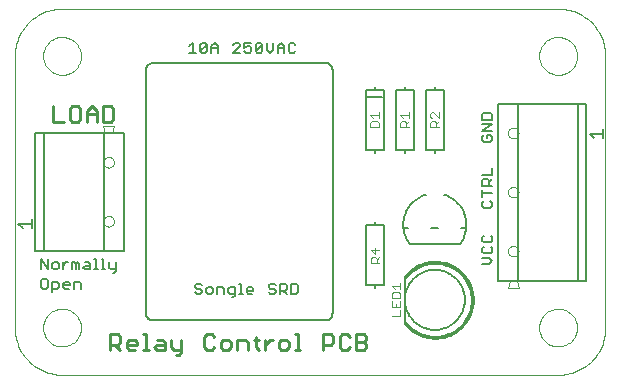
<source format=gto>
G75*
G70*
%OFA0B0*%
%FSLAX24Y24*%
%IPPOS*%
%LPD*%
%AMOC8*
5,1,8,0,0,1.08239X$1,22.5*
%
%ADD10C,0.0060*%
%ADD11C,0.0090*%
%ADD12C,0.0080*%
%ADD13C,0.0030*%
%ADD14C,0.0010*%
%ADD15C,0.0050*%
%ADD16C,0.0000*%
D10*
X009202Y006112D02*
X009146Y006168D01*
X009202Y006112D02*
X009316Y006112D01*
X009373Y006168D01*
X009373Y006225D01*
X009316Y006282D01*
X009202Y006282D01*
X009146Y006339D01*
X009146Y006395D01*
X009202Y006452D01*
X009316Y006452D01*
X009373Y006395D01*
X009514Y006282D02*
X009514Y006168D01*
X009571Y006112D01*
X009684Y006112D01*
X009741Y006168D01*
X009741Y006282D01*
X009684Y006339D01*
X009571Y006339D01*
X009514Y006282D01*
X009882Y006339D02*
X009882Y006112D01*
X010109Y006112D02*
X010109Y006282D01*
X010053Y006339D01*
X009882Y006339D01*
X010251Y006282D02*
X010251Y006168D01*
X010307Y006112D01*
X010478Y006112D01*
X010478Y006055D02*
X010478Y006339D01*
X010307Y006339D01*
X010251Y006282D01*
X010364Y005998D02*
X010421Y005998D01*
X010478Y006055D01*
X010619Y006112D02*
X010732Y006112D01*
X010676Y006112D02*
X010676Y006452D01*
X010619Y006452D01*
X010865Y006282D02*
X010921Y006339D01*
X011035Y006339D01*
X011091Y006282D01*
X011091Y006225D01*
X010865Y006225D01*
X010865Y006168D02*
X010865Y006282D01*
X010865Y006168D02*
X010921Y006112D01*
X011035Y006112D01*
X011601Y006168D02*
X011658Y006112D01*
X011771Y006112D01*
X011828Y006168D01*
X011828Y006225D01*
X011771Y006282D01*
X011658Y006282D01*
X011601Y006339D01*
X011601Y006395D01*
X011658Y006452D01*
X011771Y006452D01*
X011828Y006395D01*
X011969Y006452D02*
X012140Y006452D01*
X012196Y006395D01*
X012196Y006282D01*
X012140Y006225D01*
X011969Y006225D01*
X011969Y006112D02*
X011969Y006452D01*
X012083Y006225D02*
X012196Y006112D01*
X012338Y006112D02*
X012508Y006112D01*
X012565Y006168D01*
X012565Y006395D01*
X012508Y006452D01*
X012338Y006452D01*
X012338Y006112D01*
X016135Y005916D02*
X016137Y005979D01*
X016143Y006041D01*
X016153Y006103D01*
X016166Y006165D01*
X016184Y006225D01*
X016205Y006284D01*
X016230Y006342D01*
X016259Y006398D01*
X016291Y006452D01*
X016326Y006504D01*
X016364Y006553D01*
X016406Y006601D01*
X016450Y006645D01*
X016498Y006687D01*
X016547Y006725D01*
X016599Y006760D01*
X016653Y006792D01*
X016709Y006821D01*
X016767Y006846D01*
X016826Y006867D01*
X016886Y006885D01*
X016948Y006898D01*
X017010Y006908D01*
X017072Y006914D01*
X017135Y006916D01*
X017198Y006914D01*
X017260Y006908D01*
X017322Y006898D01*
X017384Y006885D01*
X017444Y006867D01*
X017503Y006846D01*
X017561Y006821D01*
X017617Y006792D01*
X017671Y006760D01*
X017723Y006725D01*
X017772Y006687D01*
X017820Y006645D01*
X017864Y006601D01*
X017906Y006553D01*
X017944Y006504D01*
X017979Y006452D01*
X018011Y006398D01*
X018040Y006342D01*
X018065Y006284D01*
X018086Y006225D01*
X018104Y006165D01*
X018117Y006103D01*
X018127Y006041D01*
X018133Y005979D01*
X018135Y005916D01*
X018133Y005853D01*
X018127Y005791D01*
X018117Y005729D01*
X018104Y005667D01*
X018086Y005607D01*
X018065Y005548D01*
X018040Y005490D01*
X018011Y005434D01*
X017979Y005380D01*
X017944Y005328D01*
X017906Y005279D01*
X017864Y005231D01*
X017820Y005187D01*
X017772Y005145D01*
X017723Y005107D01*
X017671Y005072D01*
X017617Y005040D01*
X017561Y005011D01*
X017503Y004986D01*
X017444Y004965D01*
X017384Y004947D01*
X017322Y004934D01*
X017260Y004924D01*
X017198Y004918D01*
X017135Y004916D01*
X017072Y004918D01*
X017010Y004924D01*
X016948Y004934D01*
X016886Y004947D01*
X016826Y004965D01*
X016767Y004986D01*
X016709Y005011D01*
X016653Y005040D01*
X016599Y005072D01*
X016547Y005107D01*
X016498Y005145D01*
X016450Y005187D01*
X016406Y005231D01*
X016364Y005279D01*
X016326Y005328D01*
X016291Y005380D01*
X016259Y005434D01*
X016230Y005490D01*
X016205Y005548D01*
X016184Y005607D01*
X016166Y005667D01*
X016153Y005729D01*
X016143Y005791D01*
X016137Y005853D01*
X016135Y005916D01*
X018714Y007096D02*
X018941Y007096D01*
X019055Y007209D01*
X018941Y007322D01*
X018714Y007322D01*
X018771Y007464D02*
X018998Y007464D01*
X019055Y007521D01*
X019055Y007634D01*
X018998Y007691D01*
X018998Y007832D02*
X018771Y007832D01*
X018714Y007889D01*
X018714Y008002D01*
X018771Y008059D01*
X018998Y008059D02*
X019055Y008002D01*
X019055Y007889D01*
X018998Y007832D01*
X018771Y007691D02*
X018714Y007634D01*
X018714Y007521D01*
X018771Y007464D01*
X019237Y006553D02*
X019633Y006553D01*
X019865Y006553D01*
X019918Y006553D01*
X019918Y012459D01*
X021898Y012459D01*
X021898Y006553D01*
X019918Y006553D01*
X019237Y006553D02*
X019237Y012459D01*
X019918Y012459D01*
X019043Y012093D02*
X019043Y011923D01*
X018703Y011923D01*
X018703Y012093D01*
X018759Y012150D01*
X018986Y012150D01*
X019043Y012093D01*
X019043Y011781D02*
X018703Y011781D01*
X018703Y011554D02*
X019043Y011781D01*
X019043Y011554D02*
X018703Y011554D01*
X018759Y011413D02*
X018703Y011356D01*
X018703Y011243D01*
X018759Y011186D01*
X018986Y011186D01*
X019043Y011243D01*
X019043Y011356D01*
X018986Y011413D01*
X018873Y011413D01*
X018873Y011300D01*
X019043Y010318D02*
X019043Y010091D01*
X018703Y010091D01*
X018759Y009950D02*
X018873Y009950D01*
X018929Y009893D01*
X018929Y009723D01*
X018929Y009836D02*
X019043Y009950D01*
X019043Y009723D02*
X018703Y009723D01*
X018703Y009893D01*
X018759Y009950D01*
X018703Y009581D02*
X018703Y009354D01*
X018703Y009468D02*
X019043Y009468D01*
X018986Y009213D02*
X019043Y009156D01*
X019043Y009043D01*
X018986Y008986D01*
X018759Y008986D01*
X018703Y009043D01*
X018703Y009156D01*
X018759Y009213D01*
X021898Y006553D02*
X022190Y006553D01*
X022190Y012459D01*
X021898Y012459D01*
X012491Y014196D02*
X012434Y014139D01*
X012320Y014139D01*
X012264Y014196D01*
X012264Y014423D01*
X012320Y014480D01*
X012434Y014480D01*
X012491Y014423D01*
X012122Y014366D02*
X012122Y014139D01*
X012122Y014309D02*
X011895Y014309D01*
X011895Y014366D02*
X012009Y014480D01*
X012122Y014366D01*
X011895Y014366D02*
X011895Y014139D01*
X011754Y014253D02*
X011754Y014480D01*
X011527Y014480D02*
X011527Y014253D01*
X011641Y014139D01*
X011754Y014253D01*
X011386Y014196D02*
X011329Y014139D01*
X011215Y014139D01*
X011159Y014196D01*
X011386Y014423D01*
X011386Y014196D01*
X011159Y014196D02*
X011159Y014423D01*
X011215Y014480D01*
X011329Y014480D01*
X011386Y014423D01*
X011017Y014480D02*
X010790Y014480D01*
X010790Y014309D01*
X010904Y014366D01*
X010961Y014366D01*
X011017Y014309D01*
X011017Y014196D01*
X010961Y014139D01*
X010847Y014139D01*
X010790Y014196D01*
X010649Y014139D02*
X010422Y014139D01*
X010649Y014366D01*
X010649Y014423D01*
X010592Y014480D01*
X010479Y014480D01*
X010422Y014423D01*
X009912Y014366D02*
X009912Y014139D01*
X009912Y014309D02*
X009686Y014309D01*
X009686Y014366D02*
X009799Y014480D01*
X009912Y014366D01*
X009686Y014366D02*
X009686Y014139D01*
X009544Y014196D02*
X009487Y014139D01*
X009374Y014139D01*
X009317Y014196D01*
X009544Y014423D01*
X009544Y014196D01*
X009317Y014196D02*
X009317Y014423D01*
X009374Y014480D01*
X009487Y014480D01*
X009544Y014423D01*
X009176Y014139D02*
X008949Y014139D01*
X009062Y014139D02*
X009062Y014480D01*
X008949Y014366D01*
X006776Y011486D02*
X006381Y011486D01*
X006148Y011486D01*
X006095Y011486D01*
X006095Y007549D01*
X004115Y007549D01*
X004115Y011486D01*
X006095Y011486D01*
X006776Y011486D02*
X006776Y007549D01*
X006095Y007549D01*
X006091Y007273D02*
X006034Y007273D01*
X006091Y007273D02*
X006091Y006933D01*
X006034Y006933D02*
X006148Y006933D01*
X006280Y006990D02*
X006336Y006933D01*
X006506Y006933D01*
X006506Y006876D02*
X006450Y006820D01*
X006393Y006820D01*
X006506Y006876D02*
X006506Y007160D01*
X006280Y007160D02*
X006280Y006990D01*
X005902Y006933D02*
X005789Y006933D01*
X005845Y006933D02*
X005845Y007273D01*
X005789Y007273D01*
X005647Y007103D02*
X005647Y006933D01*
X005477Y006933D01*
X005420Y006990D01*
X005477Y007046D01*
X005647Y007046D01*
X005647Y007103D02*
X005590Y007160D01*
X005477Y007160D01*
X005279Y007103D02*
X005279Y006933D01*
X005165Y006933D02*
X005165Y007103D01*
X005222Y007160D01*
X005279Y007103D01*
X005165Y007103D02*
X005109Y007160D01*
X005052Y007160D01*
X005052Y006933D01*
X004915Y007160D02*
X004858Y007160D01*
X004745Y007046D01*
X004745Y006933D02*
X004745Y007160D01*
X004604Y007103D02*
X004604Y006990D01*
X004547Y006933D01*
X004433Y006933D01*
X004377Y006990D01*
X004377Y007103D01*
X004433Y007160D01*
X004547Y007160D01*
X004604Y007103D01*
X004235Y006933D02*
X004235Y007273D01*
X004008Y007273D02*
X004235Y006933D01*
X004008Y006933D02*
X004008Y007273D01*
X004115Y007549D02*
X003824Y007549D01*
X003824Y011486D01*
X004115Y011486D01*
X004075Y006626D02*
X004018Y006570D01*
X004018Y006343D01*
X004075Y006286D01*
X004188Y006286D01*
X004245Y006343D01*
X004245Y006570D01*
X004188Y006626D01*
X004075Y006626D01*
X004386Y006513D02*
X004556Y006513D01*
X004613Y006456D01*
X004613Y006343D01*
X004556Y006286D01*
X004386Y006286D01*
X004386Y006173D02*
X004386Y006513D01*
X004754Y006456D02*
X004811Y006513D01*
X004925Y006513D01*
X004981Y006456D01*
X004981Y006400D01*
X004754Y006400D01*
X004754Y006456D02*
X004754Y006343D01*
X004811Y006286D01*
X004925Y006286D01*
X005123Y006286D02*
X005123Y006513D01*
X005293Y006513D01*
X005350Y006456D01*
X005350Y006286D01*
D11*
X006317Y004762D02*
X006572Y004762D01*
X006657Y004677D01*
X006657Y004506D01*
X006572Y004421D01*
X006317Y004421D01*
X006317Y004251D02*
X006317Y004762D01*
X006487Y004421D02*
X006657Y004251D01*
X006870Y004336D02*
X006870Y004506D01*
X006955Y004591D01*
X007125Y004591D01*
X007210Y004506D01*
X007210Y004421D01*
X006870Y004421D01*
X006870Y004336D02*
X006955Y004251D01*
X007125Y004251D01*
X007422Y004251D02*
X007592Y004251D01*
X007507Y004251D02*
X007507Y004762D01*
X007422Y004762D01*
X007875Y004591D02*
X008046Y004591D01*
X008131Y004506D01*
X008131Y004251D01*
X007875Y004251D01*
X007790Y004336D01*
X007875Y004421D01*
X008131Y004421D01*
X008343Y004336D02*
X008428Y004251D01*
X008683Y004251D01*
X008683Y004166D02*
X008598Y004081D01*
X008513Y004081D01*
X008683Y004166D02*
X008683Y004591D01*
X008343Y004591D02*
X008343Y004336D01*
X009448Y004336D02*
X009533Y004251D01*
X009703Y004251D01*
X009788Y004336D01*
X010000Y004336D02*
X010000Y004506D01*
X010085Y004591D01*
X010255Y004591D01*
X010340Y004506D01*
X010340Y004336D01*
X010255Y004251D01*
X010085Y004251D01*
X010000Y004336D01*
X009788Y004677D02*
X009703Y004762D01*
X009533Y004762D01*
X009448Y004677D01*
X009448Y004336D01*
X010553Y004251D02*
X010553Y004591D01*
X010808Y004591D01*
X010893Y004506D01*
X010893Y004251D01*
X011190Y004336D02*
X011275Y004251D01*
X011190Y004336D02*
X011190Y004677D01*
X011105Y004591D02*
X011275Y004591D01*
X011473Y004591D02*
X011473Y004251D01*
X011473Y004421D02*
X011644Y004591D01*
X011729Y004591D01*
X011934Y004506D02*
X011934Y004336D01*
X012019Y004251D01*
X012189Y004251D01*
X012274Y004336D01*
X012274Y004506D01*
X012189Y004591D01*
X012019Y004591D01*
X011934Y004506D01*
X012486Y004251D02*
X012656Y004251D01*
X012571Y004251D02*
X012571Y004762D01*
X012486Y004762D01*
X013407Y004762D02*
X013407Y004251D01*
X013407Y004421D02*
X013662Y004421D01*
X013747Y004506D01*
X013747Y004677D01*
X013662Y004762D01*
X013407Y004762D01*
X013960Y004677D02*
X013960Y004336D01*
X014045Y004251D01*
X014215Y004251D01*
X014300Y004336D01*
X014512Y004251D02*
X014767Y004251D01*
X014852Y004336D01*
X014852Y004421D01*
X014767Y004506D01*
X014512Y004506D01*
X014512Y004251D02*
X014512Y004762D01*
X014767Y004762D01*
X014852Y004677D01*
X014852Y004591D01*
X014767Y004506D01*
X014300Y004677D02*
X014215Y004762D01*
X014045Y004762D01*
X013960Y004677D01*
X006418Y011939D02*
X006418Y012280D01*
X006333Y012365D01*
X006078Y012365D01*
X006078Y011854D01*
X006333Y011854D01*
X006418Y011939D01*
X005865Y011854D02*
X005865Y012195D01*
X005695Y012365D01*
X005525Y012195D01*
X005525Y011854D01*
X005313Y011939D02*
X005313Y012280D01*
X005228Y012365D01*
X005058Y012365D01*
X004973Y012280D01*
X004973Y011939D01*
X005058Y011854D01*
X005228Y011854D01*
X005313Y011939D01*
X005525Y012110D02*
X005865Y012110D01*
X004760Y011854D02*
X004420Y011854D01*
X004420Y012365D01*
D12*
X007505Y013569D02*
X007505Y005467D01*
X007507Y005438D01*
X007512Y005410D01*
X007521Y005382D01*
X007532Y005355D01*
X007547Y005331D01*
X007565Y005308D01*
X007586Y005287D01*
X007609Y005269D01*
X007633Y005254D01*
X007660Y005243D01*
X007688Y005234D01*
X007716Y005229D01*
X007745Y005227D01*
X013485Y005227D01*
X013514Y005229D01*
X013542Y005234D01*
X013570Y005243D01*
X013597Y005254D01*
X013621Y005269D01*
X013644Y005287D01*
X013665Y005308D01*
X013683Y005331D01*
X013698Y005355D01*
X013709Y005382D01*
X013718Y005410D01*
X013723Y005438D01*
X013725Y005467D01*
X013725Y013569D01*
X013723Y013598D01*
X013718Y013626D01*
X013709Y013654D01*
X013698Y013681D01*
X013683Y013705D01*
X013665Y013728D01*
X013644Y013749D01*
X013621Y013767D01*
X013597Y013782D01*
X013570Y013793D01*
X013542Y013802D01*
X013514Y013807D01*
X013485Y013809D01*
X007745Y013809D01*
X007716Y013807D01*
X007688Y013802D01*
X007660Y013793D01*
X007633Y013782D01*
X007609Y013767D01*
X007586Y013749D01*
X007565Y013728D01*
X007547Y013705D01*
X007532Y013681D01*
X007521Y013654D01*
X007512Y013626D01*
X007507Y013598D01*
X007505Y013569D01*
X014835Y012916D02*
X014835Y010916D01*
X015135Y010916D01*
X015135Y010816D01*
X015135Y010916D02*
X015435Y010916D01*
X015435Y012916D01*
X015135Y012916D01*
X015135Y013016D01*
X015135Y012916D02*
X014835Y012916D01*
X014885Y012666D02*
X015385Y012666D01*
X015835Y012916D02*
X016135Y012916D01*
X016135Y013016D01*
X016135Y012916D02*
X016435Y012916D01*
X016435Y010916D01*
X016135Y010916D01*
X016135Y010816D01*
X016135Y010916D02*
X015835Y010916D01*
X015835Y012916D01*
X016835Y012916D02*
X017135Y012916D01*
X017135Y013016D01*
X017135Y012916D02*
X017435Y012916D01*
X017435Y010916D01*
X017135Y010916D01*
X017135Y010816D01*
X017135Y010916D02*
X016835Y010916D01*
X016835Y012916D01*
X015135Y008516D02*
X015135Y008416D01*
X015435Y008416D01*
X015435Y006416D01*
X015135Y006416D01*
X015135Y006316D01*
X015135Y006416D02*
X014835Y006416D01*
X014835Y008416D01*
X015135Y008416D01*
X016135Y006666D02*
X016135Y005166D01*
D13*
X015990Y005392D02*
X015990Y005586D01*
X015990Y005687D02*
X015699Y005687D01*
X015699Y005880D01*
X015699Y005981D02*
X015699Y006126D01*
X015748Y006175D01*
X015941Y006175D01*
X015990Y006126D01*
X015990Y005981D01*
X015699Y005981D01*
X015990Y005880D02*
X015990Y005687D01*
X015845Y005687D02*
X015845Y005783D01*
X015699Y005392D02*
X015990Y005392D01*
X015990Y006276D02*
X015990Y006469D01*
X015990Y006373D02*
X015699Y006373D01*
X015796Y006276D01*
X015290Y007141D02*
X014999Y007141D01*
X014999Y007286D01*
X015048Y007335D01*
X015145Y007335D01*
X015193Y007286D01*
X015193Y007141D01*
X015193Y007238D02*
X015290Y007335D01*
X015145Y007436D02*
X015145Y007629D01*
X015290Y007581D02*
X014999Y007581D01*
X015145Y007436D01*
X019572Y006325D02*
X019926Y006325D01*
X019865Y006553D01*
X019633Y006553D02*
X019572Y006325D01*
X019572Y007538D02*
X019574Y007564D01*
X019580Y007590D01*
X019590Y007615D01*
X019603Y007638D01*
X019619Y007658D01*
X019639Y007676D01*
X019661Y007691D01*
X019684Y007703D01*
X019710Y007711D01*
X019736Y007715D01*
X019762Y007715D01*
X019788Y007711D01*
X019814Y007703D01*
X019838Y007691D01*
X019859Y007676D01*
X019879Y007658D01*
X019895Y007638D01*
X019908Y007615D01*
X019918Y007590D01*
X019924Y007564D01*
X019926Y007538D01*
X019924Y007512D01*
X019918Y007486D01*
X019908Y007461D01*
X019895Y007438D01*
X019879Y007418D01*
X019859Y007400D01*
X019837Y007385D01*
X019814Y007373D01*
X019788Y007365D01*
X019762Y007361D01*
X019736Y007361D01*
X019710Y007365D01*
X019684Y007373D01*
X019660Y007385D01*
X019639Y007400D01*
X019619Y007418D01*
X019603Y007438D01*
X019590Y007461D01*
X019580Y007486D01*
X019574Y007512D01*
X019572Y007538D01*
X019572Y009506D02*
X019574Y009532D01*
X019580Y009558D01*
X019590Y009583D01*
X019603Y009606D01*
X019619Y009626D01*
X019639Y009644D01*
X019661Y009659D01*
X019684Y009671D01*
X019710Y009679D01*
X019736Y009683D01*
X019762Y009683D01*
X019788Y009679D01*
X019814Y009671D01*
X019838Y009659D01*
X019859Y009644D01*
X019879Y009626D01*
X019895Y009606D01*
X019908Y009583D01*
X019918Y009558D01*
X019924Y009532D01*
X019926Y009506D01*
X019924Y009480D01*
X019918Y009454D01*
X019908Y009429D01*
X019895Y009406D01*
X019879Y009386D01*
X019859Y009368D01*
X019837Y009353D01*
X019814Y009341D01*
X019788Y009333D01*
X019762Y009329D01*
X019736Y009329D01*
X019710Y009333D01*
X019684Y009341D01*
X019660Y009353D01*
X019639Y009368D01*
X019619Y009386D01*
X019603Y009406D01*
X019590Y009429D01*
X019580Y009454D01*
X019574Y009480D01*
X019572Y009506D01*
X019572Y011475D02*
X019574Y011501D01*
X019580Y011527D01*
X019590Y011552D01*
X019603Y011575D01*
X019619Y011595D01*
X019639Y011613D01*
X019661Y011628D01*
X019684Y011640D01*
X019710Y011648D01*
X019736Y011652D01*
X019762Y011652D01*
X019788Y011648D01*
X019814Y011640D01*
X019838Y011628D01*
X019859Y011613D01*
X019879Y011595D01*
X019895Y011575D01*
X019908Y011552D01*
X019918Y011527D01*
X019924Y011501D01*
X019926Y011475D01*
X019924Y011449D01*
X019918Y011423D01*
X019908Y011398D01*
X019895Y011375D01*
X019879Y011355D01*
X019859Y011337D01*
X019837Y011322D01*
X019814Y011310D01*
X019788Y011302D01*
X019762Y011298D01*
X019736Y011298D01*
X019710Y011302D01*
X019684Y011310D01*
X019660Y011322D01*
X019639Y011337D01*
X019619Y011355D01*
X019603Y011375D01*
X019590Y011398D01*
X019580Y011423D01*
X019574Y011449D01*
X019572Y011475D01*
X017270Y011681D02*
X016979Y011681D01*
X016979Y011826D01*
X017028Y011874D01*
X017125Y011874D01*
X017173Y011826D01*
X017173Y011681D01*
X017173Y011777D02*
X017270Y011874D01*
X017270Y011975D02*
X017076Y012169D01*
X017028Y012169D01*
X016979Y012120D01*
X016979Y012024D01*
X017028Y011975D01*
X017270Y011975D02*
X017270Y012169D01*
X016270Y012169D02*
X016270Y011975D01*
X016270Y012072D02*
X015979Y012072D01*
X016076Y011975D01*
X016028Y011874D02*
X016125Y011874D01*
X016173Y011826D01*
X016173Y011681D01*
X016173Y011777D02*
X016270Y011874D01*
X016270Y011681D02*
X015979Y011681D01*
X015979Y011826D01*
X016028Y011874D01*
X015270Y011826D02*
X015270Y011681D01*
X014979Y011681D01*
X014979Y011826D01*
X015028Y011874D01*
X015221Y011874D01*
X015270Y011826D01*
X015270Y011975D02*
X015270Y012169D01*
X015270Y012072D02*
X014979Y012072D01*
X015076Y011975D01*
X006442Y011715D02*
X006381Y011486D01*
X006148Y011486D02*
X006087Y011715D01*
X006442Y011715D01*
X006088Y010502D02*
X006090Y010528D01*
X006096Y010554D01*
X006106Y010579D01*
X006119Y010602D01*
X006135Y010622D01*
X006155Y010640D01*
X006177Y010655D01*
X006200Y010667D01*
X006226Y010675D01*
X006252Y010679D01*
X006278Y010679D01*
X006304Y010675D01*
X006330Y010667D01*
X006354Y010655D01*
X006375Y010640D01*
X006395Y010622D01*
X006411Y010602D01*
X006424Y010579D01*
X006434Y010554D01*
X006440Y010528D01*
X006442Y010502D01*
X006440Y010476D01*
X006434Y010450D01*
X006424Y010425D01*
X006411Y010402D01*
X006395Y010382D01*
X006375Y010364D01*
X006353Y010349D01*
X006330Y010337D01*
X006304Y010329D01*
X006278Y010325D01*
X006252Y010325D01*
X006226Y010329D01*
X006200Y010337D01*
X006176Y010349D01*
X006155Y010364D01*
X006135Y010382D01*
X006119Y010402D01*
X006106Y010425D01*
X006096Y010450D01*
X006090Y010476D01*
X006088Y010502D01*
X006088Y008534D02*
X006090Y008560D01*
X006096Y008586D01*
X006106Y008611D01*
X006119Y008634D01*
X006135Y008654D01*
X006155Y008672D01*
X006177Y008687D01*
X006200Y008699D01*
X006226Y008707D01*
X006252Y008711D01*
X006278Y008711D01*
X006304Y008707D01*
X006330Y008699D01*
X006354Y008687D01*
X006375Y008672D01*
X006395Y008654D01*
X006411Y008634D01*
X006424Y008611D01*
X006434Y008586D01*
X006440Y008560D01*
X006442Y008534D01*
X006440Y008508D01*
X006434Y008482D01*
X006424Y008457D01*
X006411Y008434D01*
X006395Y008414D01*
X006375Y008396D01*
X006353Y008381D01*
X006330Y008369D01*
X006304Y008361D01*
X006278Y008357D01*
X006252Y008357D01*
X006226Y008361D01*
X006200Y008369D01*
X006176Y008381D01*
X006155Y008396D01*
X006135Y008414D01*
X006119Y008434D01*
X006106Y008457D01*
X006096Y008482D01*
X006090Y008508D01*
X006088Y008534D01*
D14*
X016103Y005136D02*
X016175Y005190D01*
X016174Y005189D02*
X016217Y005136D01*
X016262Y005085D01*
X016311Y005037D01*
X016362Y004992D01*
X016416Y004949D01*
X016472Y004910D01*
X016530Y004874D01*
X016590Y004841D01*
X016651Y004812D01*
X016715Y004787D01*
X016779Y004765D01*
X016845Y004746D01*
X016912Y004732D01*
X016979Y004721D01*
X017047Y004714D01*
X017115Y004711D01*
X017184Y004712D01*
X017252Y004717D01*
X017320Y004725D01*
X017387Y004738D01*
X017453Y004754D01*
X017518Y004774D01*
X017583Y004797D01*
X017645Y004824D01*
X017706Y004855D01*
X017765Y004889D01*
X017823Y004926D01*
X017878Y004967D01*
X017930Y005011D01*
X017980Y005057D01*
X018027Y005106D01*
X018072Y005158D01*
X018113Y005212D01*
X018152Y005269D01*
X018187Y005328D01*
X018218Y005388D01*
X018246Y005450D01*
X018271Y005514D01*
X018292Y005579D01*
X018309Y005645D01*
X018323Y005712D01*
X018332Y005780D01*
X018338Y005848D01*
X018340Y005916D01*
X018338Y005984D01*
X018332Y006052D01*
X018323Y006120D01*
X018309Y006187D01*
X018292Y006253D01*
X018271Y006318D01*
X018246Y006382D01*
X018218Y006444D01*
X018187Y006504D01*
X018152Y006563D01*
X018113Y006620D01*
X018072Y006674D01*
X018027Y006726D01*
X017980Y006775D01*
X017930Y006821D01*
X017878Y006865D01*
X017823Y006906D01*
X017765Y006943D01*
X017706Y006977D01*
X017645Y007008D01*
X017583Y007035D01*
X017518Y007058D01*
X017453Y007078D01*
X017387Y007094D01*
X017320Y007107D01*
X017252Y007115D01*
X017184Y007120D01*
X017115Y007121D01*
X017047Y007118D01*
X016979Y007111D01*
X016912Y007100D01*
X016845Y007086D01*
X016779Y007067D01*
X016715Y007045D01*
X016651Y007020D01*
X016590Y006991D01*
X016530Y006958D01*
X016472Y006922D01*
X016416Y006883D01*
X016362Y006840D01*
X016311Y006795D01*
X016262Y006747D01*
X016217Y006696D01*
X016174Y006643D01*
X016103Y006696D01*
X016102Y006697D01*
X016146Y006752D01*
X016194Y006805D01*
X016244Y006856D01*
X016297Y006903D01*
X016352Y006947D01*
X016410Y006989D01*
X016470Y007027D01*
X016531Y007062D01*
X016595Y007093D01*
X016660Y007121D01*
X016727Y007145D01*
X016795Y007166D01*
X016864Y007182D01*
X016934Y007195D01*
X017004Y007204D01*
X017075Y007210D01*
X017146Y007211D01*
X017217Y007208D01*
X017288Y007202D01*
X017358Y007192D01*
X017427Y007178D01*
X017496Y007160D01*
X017564Y007138D01*
X017630Y007113D01*
X017695Y007084D01*
X017758Y007051D01*
X017819Y007015D01*
X017878Y006976D01*
X017935Y006934D01*
X017990Y006889D01*
X018042Y006840D01*
X018091Y006789D01*
X018138Y006736D01*
X018181Y006679D01*
X018221Y006621D01*
X018258Y006560D01*
X018292Y006498D01*
X018322Y006434D01*
X018349Y006368D01*
X018372Y006301D01*
X018391Y006232D01*
X018406Y006163D01*
X018418Y006093D01*
X018426Y006022D01*
X018430Y005951D01*
X018430Y005881D01*
X018426Y005810D01*
X018418Y005739D01*
X018406Y005669D01*
X018391Y005600D01*
X018372Y005531D01*
X018349Y005464D01*
X018322Y005398D01*
X018292Y005334D01*
X018258Y005272D01*
X018221Y005211D01*
X018181Y005153D01*
X018138Y005096D01*
X018091Y005043D01*
X018042Y004992D01*
X017990Y004943D01*
X017935Y004898D01*
X017878Y004856D01*
X017819Y004817D01*
X017758Y004781D01*
X017695Y004748D01*
X017630Y004719D01*
X017564Y004694D01*
X017496Y004672D01*
X017427Y004654D01*
X017358Y004640D01*
X017288Y004630D01*
X017217Y004624D01*
X017146Y004621D01*
X017075Y004622D01*
X017004Y004628D01*
X016934Y004637D01*
X016864Y004650D01*
X016795Y004666D01*
X016727Y004687D01*
X016660Y004711D01*
X016595Y004739D01*
X016531Y004770D01*
X016470Y004805D01*
X016410Y004843D01*
X016352Y004885D01*
X016297Y004929D01*
X016244Y004976D01*
X016194Y005027D01*
X016146Y005080D01*
X016102Y005135D01*
X016109Y005140D01*
X016154Y005085D01*
X016201Y005032D01*
X016252Y004981D01*
X016305Y004934D01*
X016361Y004889D01*
X016419Y004848D01*
X016479Y004810D01*
X016541Y004775D01*
X016605Y004744D01*
X016671Y004717D01*
X016738Y004693D01*
X016807Y004673D01*
X016876Y004656D01*
X016946Y004644D01*
X017017Y004635D01*
X017088Y004631D01*
X017159Y004630D01*
X017230Y004634D01*
X017301Y004641D01*
X017372Y004652D01*
X017441Y004667D01*
X017510Y004686D01*
X017578Y004709D01*
X017644Y004735D01*
X017709Y004765D01*
X017771Y004799D01*
X017832Y004835D01*
X017891Y004876D01*
X017948Y004919D01*
X018002Y004966D01*
X018053Y005015D01*
X018101Y005068D01*
X018147Y005122D01*
X018189Y005180D01*
X018228Y005239D01*
X018264Y005301D01*
X018297Y005364D01*
X018325Y005429D01*
X018351Y005496D01*
X018372Y005564D01*
X018390Y005633D01*
X018403Y005703D01*
X018413Y005774D01*
X018419Y005845D01*
X018421Y005916D01*
X018419Y005987D01*
X018413Y006058D01*
X018403Y006129D01*
X018390Y006199D01*
X018372Y006268D01*
X018351Y006336D01*
X018325Y006403D01*
X018297Y006468D01*
X018264Y006531D01*
X018228Y006593D01*
X018189Y006652D01*
X018147Y006710D01*
X018101Y006764D01*
X018053Y006817D01*
X018002Y006866D01*
X017948Y006913D01*
X017891Y006956D01*
X017832Y006997D01*
X017771Y007033D01*
X017709Y007067D01*
X017644Y007097D01*
X017578Y007123D01*
X017510Y007146D01*
X017441Y007165D01*
X017372Y007180D01*
X017301Y007191D01*
X017230Y007198D01*
X017159Y007202D01*
X017088Y007201D01*
X017017Y007197D01*
X016946Y007188D01*
X016876Y007176D01*
X016807Y007159D01*
X016738Y007139D01*
X016671Y007115D01*
X016605Y007088D01*
X016541Y007057D01*
X016479Y007022D01*
X016419Y006984D01*
X016361Y006943D01*
X016305Y006898D01*
X016252Y006851D01*
X016201Y006800D01*
X016154Y006747D01*
X016109Y006692D01*
X016116Y006686D01*
X016161Y006741D01*
X016208Y006794D01*
X016258Y006844D01*
X016311Y006891D01*
X016366Y006935D01*
X016424Y006977D01*
X016483Y007014D01*
X016545Y007049D01*
X016609Y007080D01*
X016674Y007107D01*
X016741Y007131D01*
X016809Y007151D01*
X016878Y007167D01*
X016947Y007179D01*
X017018Y007188D01*
X017088Y007192D01*
X017159Y007193D01*
X017230Y007189D01*
X017300Y007182D01*
X017370Y007171D01*
X017439Y007156D01*
X017507Y007137D01*
X017575Y007115D01*
X017640Y007089D01*
X017705Y007059D01*
X017767Y007026D01*
X017827Y006989D01*
X017886Y006949D01*
X017942Y006906D01*
X017996Y006860D01*
X018046Y006810D01*
X018095Y006759D01*
X018140Y006704D01*
X018182Y006647D01*
X018221Y006588D01*
X018256Y006527D01*
X018289Y006464D01*
X018317Y006399D01*
X018342Y006333D01*
X018363Y006265D01*
X018381Y006197D01*
X018394Y006127D01*
X018404Y006057D01*
X018410Y005987D01*
X018412Y005916D01*
X018410Y005845D01*
X018404Y005775D01*
X018394Y005705D01*
X018381Y005635D01*
X018363Y005567D01*
X018342Y005499D01*
X018317Y005433D01*
X018289Y005368D01*
X018256Y005305D01*
X018221Y005244D01*
X018182Y005185D01*
X018140Y005128D01*
X018095Y005073D01*
X018046Y005022D01*
X017996Y004972D01*
X017942Y004926D01*
X017886Y004883D01*
X017827Y004843D01*
X017767Y004806D01*
X017705Y004773D01*
X017640Y004743D01*
X017575Y004717D01*
X017507Y004695D01*
X017439Y004676D01*
X017370Y004661D01*
X017300Y004650D01*
X017230Y004643D01*
X017159Y004639D01*
X017088Y004640D01*
X017018Y004644D01*
X016947Y004653D01*
X016878Y004665D01*
X016809Y004681D01*
X016741Y004701D01*
X016674Y004725D01*
X016609Y004752D01*
X016545Y004783D01*
X016483Y004818D01*
X016424Y004855D01*
X016366Y004897D01*
X016311Y004941D01*
X016258Y004988D01*
X016208Y005038D01*
X016161Y005091D01*
X016116Y005146D01*
X016124Y005151D01*
X016168Y005096D01*
X016216Y005043D01*
X016266Y004993D01*
X016319Y004945D01*
X016375Y004901D01*
X016433Y004860D01*
X016493Y004823D01*
X016555Y004788D01*
X016619Y004758D01*
X016685Y004731D01*
X016752Y004707D01*
X016820Y004688D01*
X016890Y004672D01*
X016960Y004660D01*
X017030Y004652D01*
X017101Y004648D01*
X017172Y004649D01*
X017243Y004653D01*
X017314Y004661D01*
X017384Y004673D01*
X017453Y004689D01*
X017521Y004708D01*
X017589Y004732D01*
X017654Y004759D01*
X017718Y004790D01*
X017780Y004824D01*
X017840Y004862D01*
X017898Y004904D01*
X017954Y004948D01*
X018007Y004995D01*
X018057Y005046D01*
X018104Y005099D01*
X018149Y005154D01*
X018190Y005212D01*
X018227Y005272D01*
X018262Y005335D01*
X018293Y005399D01*
X018320Y005464D01*
X018343Y005531D01*
X018363Y005600D01*
X018379Y005669D01*
X018391Y005739D01*
X018399Y005810D01*
X018403Y005880D01*
X018403Y005952D01*
X018399Y006022D01*
X018391Y006093D01*
X018379Y006163D01*
X018363Y006232D01*
X018343Y006301D01*
X018320Y006368D01*
X018293Y006433D01*
X018262Y006497D01*
X018227Y006560D01*
X018190Y006620D01*
X018149Y006678D01*
X018104Y006733D01*
X018057Y006786D01*
X018007Y006837D01*
X017954Y006884D01*
X017898Y006928D01*
X017840Y006970D01*
X017780Y007008D01*
X017718Y007042D01*
X017654Y007073D01*
X017589Y007100D01*
X017521Y007124D01*
X017453Y007143D01*
X017384Y007159D01*
X017314Y007171D01*
X017243Y007179D01*
X017172Y007183D01*
X017101Y007184D01*
X017030Y007180D01*
X016960Y007172D01*
X016890Y007160D01*
X016820Y007144D01*
X016752Y007125D01*
X016685Y007101D01*
X016619Y007074D01*
X016555Y007044D01*
X016493Y007009D01*
X016433Y006972D01*
X016375Y006931D01*
X016319Y006887D01*
X016266Y006839D01*
X016216Y006789D01*
X016168Y006736D01*
X016124Y006681D01*
X016131Y006675D01*
X016175Y006730D01*
X016222Y006783D01*
X016272Y006833D01*
X016325Y006880D01*
X016380Y006924D01*
X016438Y006964D01*
X016497Y007002D01*
X016559Y007036D01*
X016623Y007066D01*
X016688Y007093D01*
X016755Y007116D01*
X016823Y007136D01*
X016891Y007151D01*
X016961Y007163D01*
X017031Y007171D01*
X017102Y007175D01*
X017172Y007174D01*
X017243Y007170D01*
X017313Y007162D01*
X017382Y007150D01*
X017451Y007135D01*
X017519Y007115D01*
X017585Y007092D01*
X017650Y007065D01*
X017714Y007034D01*
X017776Y007000D01*
X017835Y006962D01*
X017893Y006921D01*
X017948Y006877D01*
X018001Y006830D01*
X018050Y006780D01*
X018097Y006728D01*
X018141Y006672D01*
X018182Y006615D01*
X018220Y006555D01*
X018254Y006493D01*
X018284Y006430D01*
X018311Y006365D01*
X018335Y006298D01*
X018354Y006230D01*
X018370Y006161D01*
X018382Y006092D01*
X018390Y006022D01*
X018394Y005951D01*
X018394Y005881D01*
X018390Y005810D01*
X018382Y005740D01*
X018370Y005671D01*
X018354Y005602D01*
X018335Y005534D01*
X018311Y005467D01*
X018284Y005402D01*
X018254Y005339D01*
X018220Y005277D01*
X018182Y005217D01*
X018141Y005160D01*
X018097Y005104D01*
X018050Y005052D01*
X018001Y005002D01*
X017948Y004955D01*
X017893Y004911D01*
X017835Y004870D01*
X017776Y004832D01*
X017714Y004798D01*
X017650Y004767D01*
X017585Y004740D01*
X017519Y004717D01*
X017451Y004697D01*
X017382Y004682D01*
X017313Y004670D01*
X017243Y004662D01*
X017172Y004658D01*
X017102Y004657D01*
X017031Y004661D01*
X016961Y004669D01*
X016891Y004681D01*
X016823Y004696D01*
X016755Y004716D01*
X016688Y004739D01*
X016623Y004766D01*
X016559Y004796D01*
X016497Y004830D01*
X016438Y004868D01*
X016380Y004908D01*
X016325Y004952D01*
X016272Y004999D01*
X016222Y005049D01*
X016175Y005102D01*
X016131Y005157D01*
X016138Y005162D01*
X016182Y005107D01*
X016229Y005055D01*
X016278Y005006D01*
X016331Y004959D01*
X016385Y004916D01*
X016443Y004875D01*
X016502Y004838D01*
X016563Y004804D01*
X016627Y004774D01*
X016691Y004747D01*
X016758Y004724D01*
X016825Y004705D01*
X016893Y004690D01*
X016962Y004678D01*
X017032Y004670D01*
X017102Y004666D01*
X017172Y004667D01*
X017242Y004671D01*
X017311Y004679D01*
X017380Y004690D01*
X017449Y004706D01*
X017516Y004725D01*
X017582Y004749D01*
X017647Y004776D01*
X017710Y004806D01*
X017771Y004840D01*
X017830Y004877D01*
X017888Y004918D01*
X017942Y004962D01*
X017994Y005008D01*
X018044Y005058D01*
X018091Y005110D01*
X018134Y005165D01*
X018175Y005222D01*
X018212Y005281D01*
X018246Y005343D01*
X018276Y005406D01*
X018303Y005471D01*
X018326Y005537D01*
X018345Y005604D01*
X018361Y005672D01*
X018373Y005741D01*
X018381Y005811D01*
X018385Y005881D01*
X018385Y005951D01*
X018381Y006021D01*
X018373Y006091D01*
X018361Y006160D01*
X018345Y006228D01*
X018326Y006295D01*
X018303Y006361D01*
X018276Y006426D01*
X018246Y006489D01*
X018212Y006551D01*
X018175Y006610D01*
X018134Y006667D01*
X018091Y006722D01*
X018044Y006774D01*
X017994Y006824D01*
X017942Y006870D01*
X017888Y006914D01*
X017830Y006955D01*
X017771Y006992D01*
X017710Y007026D01*
X017647Y007056D01*
X017582Y007083D01*
X017516Y007107D01*
X017449Y007126D01*
X017380Y007142D01*
X017311Y007153D01*
X017242Y007161D01*
X017172Y007165D01*
X017102Y007166D01*
X017032Y007162D01*
X016962Y007154D01*
X016893Y007142D01*
X016825Y007127D01*
X016758Y007108D01*
X016691Y007085D01*
X016627Y007058D01*
X016563Y007028D01*
X016502Y006994D01*
X016443Y006957D01*
X016385Y006916D01*
X016331Y006873D01*
X016278Y006826D01*
X016229Y006777D01*
X016182Y006725D01*
X016138Y006670D01*
X016145Y006665D01*
X016189Y006719D01*
X016235Y006771D01*
X016284Y006820D01*
X016336Y006866D01*
X016391Y006909D01*
X016448Y006949D01*
X016507Y006986D01*
X016568Y007020D01*
X016630Y007050D01*
X016695Y007076D01*
X016760Y007099D01*
X016827Y007118D01*
X016895Y007134D01*
X016964Y007145D01*
X017033Y007153D01*
X017102Y007157D01*
X017172Y007156D01*
X017241Y007152D01*
X017310Y007145D01*
X017379Y007133D01*
X017446Y007117D01*
X017513Y007098D01*
X017579Y007075D01*
X017643Y007048D01*
X017706Y007018D01*
X017767Y006984D01*
X017825Y006947D01*
X017882Y006907D01*
X017936Y006864D01*
X017988Y006817D01*
X018037Y006768D01*
X018084Y006716D01*
X018127Y006662D01*
X018167Y006605D01*
X018204Y006546D01*
X018238Y006485D01*
X018268Y006422D01*
X018295Y006358D01*
X018318Y006293D01*
X018337Y006226D01*
X018352Y006158D01*
X018364Y006089D01*
X018372Y006020D01*
X018376Y005951D01*
X018376Y005881D01*
X018372Y005812D01*
X018364Y005743D01*
X018352Y005674D01*
X018337Y005606D01*
X018318Y005539D01*
X018295Y005474D01*
X018268Y005410D01*
X018238Y005347D01*
X018204Y005286D01*
X018167Y005227D01*
X018127Y005170D01*
X018084Y005116D01*
X018037Y005064D01*
X017988Y005015D01*
X017936Y004968D01*
X017882Y004925D01*
X017825Y004885D01*
X017767Y004848D01*
X017706Y004814D01*
X017643Y004784D01*
X017579Y004757D01*
X017513Y004734D01*
X017446Y004715D01*
X017379Y004699D01*
X017310Y004687D01*
X017241Y004680D01*
X017172Y004676D01*
X017102Y004675D01*
X017033Y004679D01*
X016964Y004687D01*
X016895Y004698D01*
X016827Y004714D01*
X016760Y004733D01*
X016695Y004756D01*
X016630Y004782D01*
X016568Y004812D01*
X016507Y004846D01*
X016448Y004883D01*
X016391Y004923D01*
X016336Y004966D01*
X016284Y005012D01*
X016235Y005061D01*
X016189Y005113D01*
X016145Y005167D01*
X016152Y005173D01*
X016196Y005119D01*
X016242Y005068D01*
X016291Y005019D01*
X016342Y004973D01*
X016396Y004930D01*
X016453Y004890D01*
X016511Y004854D01*
X016572Y004820D01*
X016634Y004790D01*
X016698Y004764D01*
X016763Y004742D01*
X016829Y004723D01*
X016897Y004707D01*
X016965Y004696D01*
X017033Y004688D01*
X017102Y004684D01*
X017171Y004685D01*
X017240Y004689D01*
X017309Y004696D01*
X017377Y004708D01*
X017444Y004723D01*
X017511Y004743D01*
X017576Y004766D01*
X017639Y004792D01*
X017702Y004822D01*
X017762Y004855D01*
X017820Y004892D01*
X017877Y004932D01*
X017931Y004975D01*
X017982Y005021D01*
X018031Y005070D01*
X018077Y005122D01*
X018120Y005176D01*
X018160Y005232D01*
X018196Y005291D01*
X018230Y005351D01*
X018260Y005413D01*
X018286Y005477D01*
X018309Y005542D01*
X018328Y005609D01*
X018343Y005676D01*
X018355Y005744D01*
X018363Y005813D01*
X018367Y005881D01*
X018367Y005951D01*
X018363Y006019D01*
X018355Y006088D01*
X018343Y006156D01*
X018328Y006223D01*
X018309Y006290D01*
X018286Y006355D01*
X018260Y006419D01*
X018230Y006481D01*
X018196Y006541D01*
X018160Y006600D01*
X018120Y006656D01*
X018077Y006710D01*
X018031Y006762D01*
X017982Y006811D01*
X017931Y006857D01*
X017877Y006900D01*
X017820Y006940D01*
X017762Y006977D01*
X017702Y007010D01*
X017639Y007040D01*
X017576Y007066D01*
X017511Y007089D01*
X017444Y007109D01*
X017377Y007124D01*
X017309Y007136D01*
X017240Y007143D01*
X017171Y007147D01*
X017102Y007148D01*
X017033Y007144D01*
X016965Y007136D01*
X016897Y007125D01*
X016829Y007109D01*
X016763Y007090D01*
X016698Y007068D01*
X016634Y007042D01*
X016572Y007012D01*
X016511Y006978D01*
X016453Y006942D01*
X016396Y006902D01*
X016342Y006859D01*
X016291Y006813D01*
X016242Y006764D01*
X016196Y006713D01*
X016152Y006659D01*
X016160Y006654D01*
X016203Y006708D01*
X016249Y006759D01*
X016299Y006808D01*
X016350Y006854D01*
X016405Y006897D01*
X016462Y006937D01*
X016520Y006973D01*
X016581Y007007D01*
X016644Y007036D01*
X016708Y007062D01*
X016774Y007084D01*
X016841Y007103D01*
X016908Y007118D01*
X016977Y007129D01*
X017046Y007136D01*
X017115Y007139D01*
X017184Y007138D01*
X017254Y007133D01*
X017322Y007125D01*
X017390Y007112D01*
X017458Y007096D01*
X017524Y007075D01*
X017589Y007052D01*
X017653Y007024D01*
X017715Y006993D01*
X017775Y006958D01*
X017833Y006920D01*
X017889Y006879D01*
X017942Y006835D01*
X017993Y006788D01*
X018041Y006738D01*
X018086Y006685D01*
X018128Y006630D01*
X018167Y006573D01*
X018202Y006513D01*
X018234Y006452D01*
X018263Y006389D01*
X018288Y006324D01*
X018309Y006258D01*
X018327Y006191D01*
X018340Y006123D01*
X018350Y006054D01*
X018356Y005985D01*
X018358Y005916D01*
X018356Y005847D01*
X018350Y005778D01*
X018340Y005709D01*
X018327Y005641D01*
X018309Y005574D01*
X018288Y005508D01*
X018263Y005443D01*
X018234Y005380D01*
X018202Y005319D01*
X018167Y005259D01*
X018128Y005202D01*
X018086Y005147D01*
X018041Y005094D01*
X017993Y005044D01*
X017942Y004997D01*
X017889Y004953D01*
X017833Y004912D01*
X017775Y004874D01*
X017715Y004839D01*
X017653Y004808D01*
X017589Y004780D01*
X017524Y004757D01*
X017458Y004736D01*
X017390Y004720D01*
X017322Y004707D01*
X017254Y004699D01*
X017184Y004694D01*
X017115Y004693D01*
X017046Y004696D01*
X016977Y004703D01*
X016908Y004714D01*
X016841Y004729D01*
X016774Y004748D01*
X016708Y004770D01*
X016644Y004796D01*
X016581Y004825D01*
X016520Y004859D01*
X016462Y004895D01*
X016405Y004935D01*
X016350Y004978D01*
X016299Y005024D01*
X016249Y005073D01*
X016203Y005124D01*
X016160Y005178D01*
X016167Y005184D01*
X016210Y005130D01*
X016256Y005079D01*
X016305Y005030D01*
X016356Y004985D01*
X016410Y004942D01*
X016467Y004903D01*
X016525Y004866D01*
X016585Y004833D01*
X016648Y004804D01*
X016711Y004778D01*
X016777Y004756D01*
X016843Y004738D01*
X016910Y004723D01*
X016978Y004712D01*
X017047Y004705D01*
X017115Y004702D01*
X017184Y004703D01*
X017253Y004708D01*
X017321Y004716D01*
X017389Y004729D01*
X017455Y004745D01*
X017521Y004765D01*
X017586Y004789D01*
X017649Y004816D01*
X017710Y004847D01*
X017770Y004881D01*
X017828Y004919D01*
X017883Y004960D01*
X017936Y005004D01*
X017986Y005051D01*
X018034Y005100D01*
X018079Y005152D01*
X018121Y005207D01*
X018159Y005264D01*
X018194Y005323D01*
X018226Y005384D01*
X018255Y005447D01*
X018279Y005511D01*
X018301Y005577D01*
X018318Y005643D01*
X018331Y005711D01*
X018341Y005779D01*
X018347Y005847D01*
X018349Y005916D01*
X018347Y005985D01*
X018341Y006053D01*
X018331Y006121D01*
X018318Y006189D01*
X018301Y006255D01*
X018279Y006321D01*
X018255Y006385D01*
X018226Y006448D01*
X018194Y006509D01*
X018159Y006568D01*
X018121Y006625D01*
X018079Y006680D01*
X018034Y006732D01*
X017986Y006781D01*
X017936Y006828D01*
X017883Y006872D01*
X017828Y006913D01*
X017770Y006951D01*
X017710Y006985D01*
X017649Y007016D01*
X017586Y007043D01*
X017521Y007067D01*
X017455Y007087D01*
X017389Y007103D01*
X017321Y007116D01*
X017253Y007124D01*
X017184Y007129D01*
X017115Y007130D01*
X017047Y007127D01*
X016978Y007120D01*
X016910Y007109D01*
X016843Y007094D01*
X016777Y007076D01*
X016711Y007054D01*
X016648Y007028D01*
X016585Y006999D01*
X016525Y006966D01*
X016467Y006929D01*
X016410Y006890D01*
X016356Y006847D01*
X016305Y006802D01*
X016256Y006753D01*
X016210Y006702D01*
X016167Y006648D01*
D15*
X016310Y007766D02*
X017959Y007766D01*
X018022Y008316D02*
X018180Y008316D01*
X017247Y008316D02*
X017022Y008316D01*
X016310Y007766D02*
X016275Y007814D01*
X016242Y007864D01*
X016211Y007916D01*
X016184Y007970D01*
X016160Y008025D01*
X016140Y008082D01*
X016122Y008139D01*
X016108Y008197D01*
X016097Y008256D01*
X016090Y008316D01*
X016089Y008316D02*
X016247Y008316D01*
X017445Y009419D02*
X017505Y009399D01*
X017564Y009375D01*
X017621Y009347D01*
X017676Y009316D01*
X017730Y009281D01*
X017781Y009244D01*
X017830Y009203D01*
X017876Y009159D01*
X017920Y009113D01*
X017961Y009064D01*
X017999Y009013D01*
X018033Y008960D01*
X018065Y008904D01*
X018092Y008847D01*
X018117Y008788D01*
X018137Y008728D01*
X018155Y008667D01*
X018168Y008605D01*
X018177Y008542D01*
X018183Y008479D01*
X018185Y008415D01*
X018183Y008351D01*
X018177Y008288D01*
X018168Y008225D01*
X018154Y008163D01*
X018137Y008102D01*
X018116Y008042D01*
X018092Y007983D01*
X018064Y007926D01*
X018032Y007870D01*
X017997Y007817D01*
X017960Y007766D01*
X016090Y008316D02*
X016086Y008378D01*
X016085Y008441D01*
X016089Y008503D01*
X016096Y008565D01*
X016106Y008626D01*
X016121Y008687D01*
X016139Y008747D01*
X016160Y008806D01*
X016185Y008863D01*
X016213Y008918D01*
X016244Y008972D01*
X016279Y009024D01*
X016317Y009074D01*
X016357Y009121D01*
X016401Y009166D01*
X016446Y009209D01*
X016495Y009248D01*
X016545Y009285D01*
X016598Y009318D01*
X016652Y009349D01*
X016709Y009376D01*
X016766Y009399D01*
X016825Y009419D01*
X022305Y011453D02*
X022755Y011453D01*
X022755Y011303D02*
X022755Y011603D01*
X022455Y011303D02*
X022305Y011453D01*
X003708Y008595D02*
X003708Y008295D01*
X003708Y008445D02*
X003258Y008445D01*
X003408Y008295D01*
D16*
X004709Y003416D02*
X021245Y003416D01*
X020615Y004990D02*
X020617Y005040D01*
X020623Y005090D01*
X020633Y005139D01*
X020647Y005187D01*
X020664Y005234D01*
X020685Y005279D01*
X020710Y005323D01*
X020738Y005364D01*
X020770Y005403D01*
X020804Y005440D01*
X020841Y005474D01*
X020881Y005504D01*
X020923Y005531D01*
X020967Y005555D01*
X021013Y005576D01*
X021060Y005592D01*
X021108Y005605D01*
X021158Y005614D01*
X021207Y005619D01*
X021258Y005620D01*
X021308Y005617D01*
X021357Y005610D01*
X021406Y005599D01*
X021454Y005584D01*
X021500Y005566D01*
X021545Y005544D01*
X021588Y005518D01*
X021629Y005489D01*
X021668Y005457D01*
X021704Y005422D01*
X021736Y005384D01*
X021766Y005344D01*
X021793Y005301D01*
X021816Y005257D01*
X021835Y005211D01*
X021851Y005163D01*
X021863Y005114D01*
X021871Y005065D01*
X021875Y005015D01*
X021875Y004965D01*
X021871Y004915D01*
X021863Y004866D01*
X021851Y004817D01*
X021835Y004769D01*
X021816Y004723D01*
X021793Y004679D01*
X021766Y004636D01*
X021736Y004596D01*
X021704Y004558D01*
X021668Y004523D01*
X021629Y004491D01*
X021588Y004462D01*
X021545Y004436D01*
X021500Y004414D01*
X021454Y004396D01*
X021406Y004381D01*
X021357Y004370D01*
X021308Y004363D01*
X021258Y004360D01*
X021207Y004361D01*
X021158Y004366D01*
X021108Y004375D01*
X021060Y004388D01*
X021013Y004404D01*
X020967Y004425D01*
X020923Y004449D01*
X020881Y004476D01*
X020841Y004506D01*
X020804Y004540D01*
X020770Y004577D01*
X020738Y004616D01*
X020710Y004657D01*
X020685Y004701D01*
X020664Y004746D01*
X020647Y004793D01*
X020633Y004841D01*
X020623Y004890D01*
X020617Y004940D01*
X020615Y004990D01*
X021245Y003415D02*
X021322Y003417D01*
X021399Y003423D01*
X021476Y003432D01*
X021552Y003445D01*
X021628Y003462D01*
X021702Y003483D01*
X021776Y003507D01*
X021848Y003535D01*
X021918Y003566D01*
X021987Y003601D01*
X022055Y003639D01*
X022120Y003680D01*
X022183Y003725D01*
X022244Y003773D01*
X022303Y003823D01*
X022359Y003876D01*
X022412Y003932D01*
X022462Y003991D01*
X022510Y004052D01*
X022555Y004115D01*
X022596Y004180D01*
X022634Y004248D01*
X022669Y004317D01*
X022700Y004387D01*
X022728Y004459D01*
X022752Y004533D01*
X022773Y004607D01*
X022790Y004683D01*
X022803Y004759D01*
X022812Y004836D01*
X022818Y004913D01*
X022820Y004990D01*
X022820Y014046D01*
X020615Y014046D02*
X020617Y014096D01*
X020623Y014146D01*
X020633Y014195D01*
X020647Y014243D01*
X020664Y014290D01*
X020685Y014335D01*
X020710Y014379D01*
X020738Y014420D01*
X020770Y014459D01*
X020804Y014496D01*
X020841Y014530D01*
X020881Y014560D01*
X020923Y014587D01*
X020967Y014611D01*
X021013Y014632D01*
X021060Y014648D01*
X021108Y014661D01*
X021158Y014670D01*
X021207Y014675D01*
X021258Y014676D01*
X021308Y014673D01*
X021357Y014666D01*
X021406Y014655D01*
X021454Y014640D01*
X021500Y014622D01*
X021545Y014600D01*
X021588Y014574D01*
X021629Y014545D01*
X021668Y014513D01*
X021704Y014478D01*
X021736Y014440D01*
X021766Y014400D01*
X021793Y014357D01*
X021816Y014313D01*
X021835Y014267D01*
X021851Y014219D01*
X021863Y014170D01*
X021871Y014121D01*
X021875Y014071D01*
X021875Y014021D01*
X021871Y013971D01*
X021863Y013922D01*
X021851Y013873D01*
X021835Y013825D01*
X021816Y013779D01*
X021793Y013735D01*
X021766Y013692D01*
X021736Y013652D01*
X021704Y013614D01*
X021668Y013579D01*
X021629Y013547D01*
X021588Y013518D01*
X021545Y013492D01*
X021500Y013470D01*
X021454Y013452D01*
X021406Y013437D01*
X021357Y013426D01*
X021308Y013419D01*
X021258Y013416D01*
X021207Y013417D01*
X021158Y013422D01*
X021108Y013431D01*
X021060Y013444D01*
X021013Y013460D01*
X020967Y013481D01*
X020923Y013505D01*
X020881Y013532D01*
X020841Y013562D01*
X020804Y013596D01*
X020770Y013633D01*
X020738Y013672D01*
X020710Y013713D01*
X020685Y013757D01*
X020664Y013802D01*
X020647Y013849D01*
X020633Y013897D01*
X020623Y013946D01*
X020617Y013996D01*
X020615Y014046D01*
X021245Y015621D02*
X021322Y015619D01*
X021399Y015613D01*
X021476Y015604D01*
X021552Y015591D01*
X021628Y015574D01*
X021702Y015553D01*
X021776Y015529D01*
X021848Y015501D01*
X021918Y015470D01*
X021987Y015435D01*
X022055Y015397D01*
X022120Y015356D01*
X022183Y015311D01*
X022244Y015263D01*
X022303Y015213D01*
X022359Y015160D01*
X022412Y015104D01*
X022462Y015045D01*
X022510Y014984D01*
X022555Y014921D01*
X022596Y014856D01*
X022634Y014788D01*
X022669Y014719D01*
X022700Y014649D01*
X022728Y014577D01*
X022752Y014503D01*
X022773Y014429D01*
X022790Y014353D01*
X022803Y014277D01*
X022812Y014200D01*
X022818Y014123D01*
X022820Y014046D01*
X021245Y015620D02*
X004709Y015620D01*
X004079Y014046D02*
X004081Y014096D01*
X004087Y014146D01*
X004097Y014195D01*
X004111Y014243D01*
X004128Y014290D01*
X004149Y014335D01*
X004174Y014379D01*
X004202Y014420D01*
X004234Y014459D01*
X004268Y014496D01*
X004305Y014530D01*
X004345Y014560D01*
X004387Y014587D01*
X004431Y014611D01*
X004477Y014632D01*
X004524Y014648D01*
X004572Y014661D01*
X004622Y014670D01*
X004671Y014675D01*
X004722Y014676D01*
X004772Y014673D01*
X004821Y014666D01*
X004870Y014655D01*
X004918Y014640D01*
X004964Y014622D01*
X005009Y014600D01*
X005052Y014574D01*
X005093Y014545D01*
X005132Y014513D01*
X005168Y014478D01*
X005200Y014440D01*
X005230Y014400D01*
X005257Y014357D01*
X005280Y014313D01*
X005299Y014267D01*
X005315Y014219D01*
X005327Y014170D01*
X005335Y014121D01*
X005339Y014071D01*
X005339Y014021D01*
X005335Y013971D01*
X005327Y013922D01*
X005315Y013873D01*
X005299Y013825D01*
X005280Y013779D01*
X005257Y013735D01*
X005230Y013692D01*
X005200Y013652D01*
X005168Y013614D01*
X005132Y013579D01*
X005093Y013547D01*
X005052Y013518D01*
X005009Y013492D01*
X004964Y013470D01*
X004918Y013452D01*
X004870Y013437D01*
X004821Y013426D01*
X004772Y013419D01*
X004722Y013416D01*
X004671Y013417D01*
X004622Y013422D01*
X004572Y013431D01*
X004524Y013444D01*
X004477Y013460D01*
X004431Y013481D01*
X004387Y013505D01*
X004345Y013532D01*
X004305Y013562D01*
X004268Y013596D01*
X004234Y013633D01*
X004202Y013672D01*
X004174Y013713D01*
X004149Y013757D01*
X004128Y013802D01*
X004111Y013849D01*
X004097Y013897D01*
X004087Y013946D01*
X004081Y013996D01*
X004079Y014046D01*
X003134Y014046D02*
X003136Y014123D01*
X003142Y014200D01*
X003151Y014277D01*
X003164Y014353D01*
X003181Y014429D01*
X003202Y014503D01*
X003226Y014577D01*
X003254Y014649D01*
X003285Y014719D01*
X003320Y014788D01*
X003358Y014856D01*
X003399Y014921D01*
X003444Y014984D01*
X003492Y015045D01*
X003542Y015104D01*
X003595Y015160D01*
X003651Y015213D01*
X003710Y015263D01*
X003771Y015311D01*
X003834Y015356D01*
X003899Y015397D01*
X003967Y015435D01*
X004036Y015470D01*
X004106Y015501D01*
X004178Y015529D01*
X004252Y015553D01*
X004326Y015574D01*
X004402Y015591D01*
X004478Y015604D01*
X004555Y015613D01*
X004632Y015619D01*
X004709Y015621D01*
X003135Y014046D02*
X003135Y004990D01*
X004079Y004990D02*
X004081Y005040D01*
X004087Y005090D01*
X004097Y005139D01*
X004111Y005187D01*
X004128Y005234D01*
X004149Y005279D01*
X004174Y005323D01*
X004202Y005364D01*
X004234Y005403D01*
X004268Y005440D01*
X004305Y005474D01*
X004345Y005504D01*
X004387Y005531D01*
X004431Y005555D01*
X004477Y005576D01*
X004524Y005592D01*
X004572Y005605D01*
X004622Y005614D01*
X004671Y005619D01*
X004722Y005620D01*
X004772Y005617D01*
X004821Y005610D01*
X004870Y005599D01*
X004918Y005584D01*
X004964Y005566D01*
X005009Y005544D01*
X005052Y005518D01*
X005093Y005489D01*
X005132Y005457D01*
X005168Y005422D01*
X005200Y005384D01*
X005230Y005344D01*
X005257Y005301D01*
X005280Y005257D01*
X005299Y005211D01*
X005315Y005163D01*
X005327Y005114D01*
X005335Y005065D01*
X005339Y005015D01*
X005339Y004965D01*
X005335Y004915D01*
X005327Y004866D01*
X005315Y004817D01*
X005299Y004769D01*
X005280Y004723D01*
X005257Y004679D01*
X005230Y004636D01*
X005200Y004596D01*
X005168Y004558D01*
X005132Y004523D01*
X005093Y004491D01*
X005052Y004462D01*
X005009Y004436D01*
X004964Y004414D01*
X004918Y004396D01*
X004870Y004381D01*
X004821Y004370D01*
X004772Y004363D01*
X004722Y004360D01*
X004671Y004361D01*
X004622Y004366D01*
X004572Y004375D01*
X004524Y004388D01*
X004477Y004404D01*
X004431Y004425D01*
X004387Y004449D01*
X004345Y004476D01*
X004305Y004506D01*
X004268Y004540D01*
X004234Y004577D01*
X004202Y004616D01*
X004174Y004657D01*
X004149Y004701D01*
X004128Y004746D01*
X004111Y004793D01*
X004097Y004841D01*
X004087Y004890D01*
X004081Y004940D01*
X004079Y004990D01*
X003134Y004990D02*
X003136Y004913D01*
X003142Y004836D01*
X003151Y004759D01*
X003164Y004683D01*
X003181Y004607D01*
X003202Y004533D01*
X003226Y004459D01*
X003254Y004387D01*
X003285Y004317D01*
X003320Y004248D01*
X003358Y004180D01*
X003399Y004115D01*
X003444Y004052D01*
X003492Y003991D01*
X003542Y003932D01*
X003595Y003876D01*
X003651Y003823D01*
X003710Y003773D01*
X003771Y003725D01*
X003834Y003680D01*
X003899Y003639D01*
X003967Y003601D01*
X004036Y003566D01*
X004106Y003535D01*
X004178Y003507D01*
X004252Y003483D01*
X004326Y003462D01*
X004402Y003445D01*
X004478Y003432D01*
X004555Y003423D01*
X004632Y003417D01*
X004709Y003415D01*
M02*

</source>
